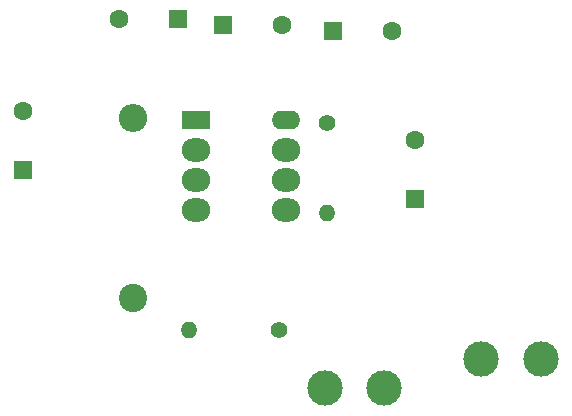
<source format=gbr>
%TF.GenerationSoftware,KiCad,Pcbnew,(5.1.9)-1*%
%TF.CreationDate,2021-09-03T17:13:07+00:00*%
%TF.ProjectId,step_down_converter,73746570-5f64-46f7-976e-5f636f6e7665,rev?*%
%TF.SameCoordinates,Original*%
%TF.FileFunction,Soldermask,Bot*%
%TF.FilePolarity,Negative*%
%FSLAX46Y46*%
G04 Gerber Fmt 4.6, Leading zero omitted, Abs format (unit mm)*
G04 Created by KiCad (PCBNEW (5.1.9)-1) date 2021-09-03 17:13:07*
%MOMM*%
%LPD*%
G01*
G04 APERTURE LIST*
%ADD10O,2.400000X1.600000*%
%ADD11O,2.400000X2.000000*%
%ADD12R,2.400000X1.600000*%
%ADD13R,1.600000X1.600000*%
%ADD14C,1.600000*%
%ADD15C,3.000000*%
%ADD16C,2.400000*%
%ADD17O,2.400000X2.400000*%
%ADD18C,1.400000*%
%ADD19O,1.400000X1.400000*%
G04 APERTURE END LIST*
D10*
%TO.C,U1*%
X111300000Y-73570000D03*
D11*
X103680000Y-81190000D03*
X111300000Y-76110000D03*
X103680000Y-78650000D03*
X111300000Y-78650000D03*
X103680000Y-76110000D03*
X111300000Y-81190000D03*
D12*
X103680000Y-73570000D03*
%TD*%
D13*
%TO.C,C1*%
X122250000Y-80250000D03*
D14*
X122250000Y-75250000D03*
%TD*%
%TO.C,C2*%
X89030000Y-72780000D03*
D13*
X89030000Y-77780000D03*
%TD*%
%TO.C,C3*%
X105990000Y-65450000D03*
D14*
X110990000Y-65450000D03*
%TD*%
D13*
%TO.C,C4*%
X115230000Y-65980000D03*
D14*
X120230000Y-65980000D03*
%TD*%
%TO.C,C5*%
X97180000Y-64990000D03*
D13*
X102180000Y-64990000D03*
%TD*%
D15*
%TO.C,J1*%
X119580000Y-96250000D03*
X114580000Y-96250000D03*
%TD*%
%TO.C,J2*%
X132840000Y-93760000D03*
X127840000Y-93760000D03*
%TD*%
D16*
%TO.C,L1*%
X98360000Y-88610000D03*
D17*
X98360000Y-73370000D03*
%TD*%
D18*
%TO.C,R1*%
X114790000Y-73770000D03*
D19*
X114790000Y-81390000D03*
%TD*%
%TO.C,R2*%
X103080000Y-91300000D03*
D18*
X110700000Y-91300000D03*
%TD*%
M02*

</source>
